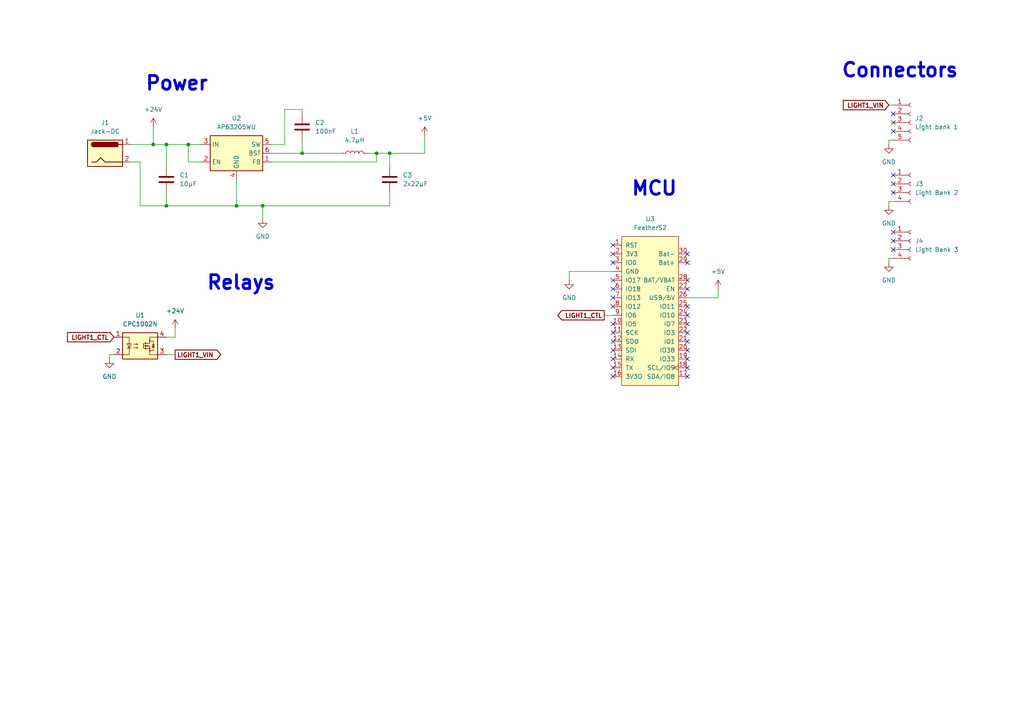
<source format=kicad_sch>
(kicad_sch (version 20211123) (generator eeschema)
  (paper "A4")
  (title_block (title "Light Controller Board") (date "2022-08-31") (rev "1") (company "cmumford") (comment 2 "up to 10 5W lights (or any DC item)") (comment 3 "A simple microcontroller based board to control"))
  (lib_symbols
    (symbol "Connector:Conn_01x04_Female" (pin_names (offset 1.016) hide)
      (property "Reference" "J" (at 0 5.08 0))
      (property "Value" "Conn_01x04_Female" (at 0 -7.62 0))
      (symbol "Conn_01x04_Female_1_1"
        (arc (start 0 -4.572) (mid -0.508 -5.08) (end 0 -5.588) (stroke (width 0.1524)))
        (arc (start 0 -2.032) (mid -0.508 -2.54) (end 0 -3.048) (stroke (width 0.1524)))
        (polyline (pts (xy -1.27 -5.08) (xy -0.508 -5.08)) (stroke (width 0.1524)))
        (polyline (pts (xy -1.27 -2.54) (xy -0.508 -2.54)) (stroke (width 0.1524)))
        (polyline (pts (xy -1.27 0) (xy -0.508 0)) (stroke (width 0.1524)))
        (polyline (pts (xy -1.27 2.54) (xy -0.508 2.54)) (stroke (width 0.1524)))
        (arc (start 0 0.508) (mid -0.508 0) (end 0 -0.508) (stroke (width 0.1524)))
        (arc (start 0 3.048) (mid -0.508 2.54) (end 0 2.032) (stroke (width 0.1524)))
        (pin passive line (at -5.08 2.54 0) (length 3.81) (name "Pin_1") (number "1"))
        (pin passive line (at -5.08 0 0) (length 3.81) (name "Pin_2") (number "2"))
        (pin passive line (at -5.08 -2.54 0) (length 3.81) (name "Pin_3") (number "3"))
        (pin passive line (at -5.08 -5.08 0) (length 3.81) (name "Pin_4") (number "4"))
      )
    )
    (symbol "Connector:Conn_01x05_Female" (pin_names (offset 1.016) hide)
      (property "Reference" "J" (at 0 7.62 0))
      (property "Value" "Conn_01x05_Female" (at 0 -7.62 0))
      (symbol "Conn_01x05_Female_1_1"
        (arc (start 0 -4.572) (mid -0.508 -5.08) (end 0 -5.588) (stroke (width 0.1524)))
        (arc (start 0 -2.032) (mid -0.508 -2.54) (end 0 -3.048) (stroke (width 0.1524)))
        (polyline (pts (xy -1.27 -5.08) (xy -0.508 -5.08)) (stroke (width 0.1524)))
        (polyline (pts (xy -1.27 -2.54) (xy -0.508 -2.54)) (stroke (width 0.1524)))
        (polyline (pts (xy -1.27 0) (xy -0.508 0)) (stroke (width 0.1524)))
        (polyline (pts (xy -1.27 2.54) (xy -0.508 2.54)) (stroke (width 0.1524)))
        (polyline (pts (xy -1.27 5.08) (xy -0.508 5.08)) (stroke (width 0.1524)))
        (arc (start 0 0.508) (mid -0.508 0) (end 0 -0.508) (stroke (width 0.1524)))
        (arc (start 0 3.048) (mid -0.508 2.54) (end 0 2.032) (stroke (width 0.1524)))
        (arc (start 0 5.588) (mid -0.508 5.08) (end 0 4.572) (stroke (width 0.1524)))
        (pin passive line (at -5.08 5.08 0) (length 3.81) (name "Pin_1") (number "1"))
        (pin passive line (at -5.08 2.54 0) (length 3.81) (name "Pin_2") (number "2"))
        (pin passive line (at -5.08 0 0) (length 3.81) (name "Pin_3") (number "3"))
        (pin passive line (at -5.08 -2.54 0) (length 3.81) (name "Pin_4") (number "4"))
        (pin passive line (at -5.08 -5.08 0) (length 3.81) (name "Pin_5") (number "5"))
      )
    )
    (symbol "Connector:Jack-DC" (pin_names (offset 1.016))
      (property "Reference" "J" (at 0 5.334 0))
      (property "Value" "Jack-DC" (at 0 -5.08 0))
      (symbol "Jack-DC_0_1"
        (rectangle (start -5.08 3.81) (end 5.08 -3.81) (stroke (width 0.254)) (fill (type background)))
        (arc (start -3.302 3.175) (mid -3.937 2.54) (end -3.302 1.905) (stroke (width 0.254)))
        (arc (start -3.302 3.175) (mid -3.937 2.54) (end -3.302 1.905) (stroke (width 0.254)) (fill (type outline)))
        (polyline (pts (xy 5.08 2.54) (xy 3.81 2.54)) (stroke (width 0.254)))
        (polyline (pts (xy -3.81 -2.54) (xy -2.54 -2.54) (xy -1.27 -1.27) (xy 0 -2.54) (xy 2.54 -2.54) (xy 5.08 -2.54)) (stroke (width 0.254)))
        (rectangle (start 3.683 3.175) (end -3.302 1.905) (stroke (width 0.254)) (fill (type outline)))
      )
      (symbol "Jack-DC_1_1"
        (pin passive line (at 7.62 2.54 180) (length 2.54) (name "~") (number "1"))
        (pin passive line (at 7.62 -2.54 180) (length 2.54) (name "~") (number "2"))
      )
    )
    (symbol "Device:C" (pin_numbers hide) (pin_names (offset 0.254))
      (property "Reference" "C" (at 0.635 2.54 0))
      (property "Value" "C" (at 0.635 -2.54 0))
      (symbol "C_0_1"
        (polyline (pts (xy -2.032 -0.762) (xy 2.032 -0.762)) (stroke (width 0.508)))
        (polyline (pts (xy -2.032 0.762) (xy 2.032 0.762)) (stroke (width 0.508)))
      )
      (symbol "C_1_1"
        (pin passive line (at 0 3.81 270) (length 2.794) (name "~") (number "1"))
        (pin passive line (at 0 -3.81 90) (length 2.794) (name "~") (number "2"))
      )
    )
    (symbol "Device:L" (pin_numbers hide) (pin_names (offset 1.016) hide)
      (property "Reference" "L" (at -1.27 0 90))
      (property "Value" "L" (at 1.905 0 90))
      (symbol "L_0_1"
        (arc (start 0 -2.54) (mid 0.635 -1.905) (end 0 -1.27))
        (arc (start 0 -1.27) (mid 0.635 -0.635) (end 0 0))
        (arc (start 0 0) (mid 0.635 0.635) (end 0 1.27))
        (arc (start 0 1.27) (mid 0.635 1.905) (end 0 2.54))
      )
      (symbol "L_1_1"
        (pin passive line (at 0 3.81 270) (length 1.27) (name "1") (number "1"))
        (pin passive line (at 0 -3.81 90) (length 1.27) (name "2") (number "2"))
      )
    )
    (symbol "Regulator_Switching:AP63205WU"
      (property "Reference" "U" (at -7.62 6.35 0))
      (property "Value" "AP63205WU" (at 2.54 6.35 0))
      (symbol "AP63205WU_0_1"
        (rectangle (start -7.62 5.08) (end 7.62 -5.08) (stroke (width 0.254)) (fill (type background)))
      )
      (symbol "AP63205WU_1_1"
        (pin input line (at 10.16 -2.54 180) (length 2.54) (name "FB") (number "1"))
        (pin input line (at -10.16 -2.54 0) (length 2.54) (name "EN") (number "2"))
        (pin power_in line (at -10.16 2.54 0) (length 2.54) (name "IN") (number "3"))
        (pin power_in line (at 0 -7.62 90) (length 2.54) (name "GND") (number "4"))
        (pin output line (at 10.16 2.54 180) (length 2.54) (name "SW") (number "5"))
        (pin passive line (at 10.16 0 180) (length 2.54) (name "BST") (number "6"))
      )
    )
    (symbol "Relay_SolidState:CPC1002N"
      (property "Reference" "U" (at -5.08 5.08 0))
      (property "Value" "CPC1002N" (at 0 5.08 0))
      (symbol "CPC1002N_0_1"
        (rectangle (start -5.08 3.81) (end 5.08 -3.81) (stroke (width 0.254)) (fill (type background)))
        (polyline (pts (xy -3.81 -0.635) (xy -2.54 -0.635)))
        (polyline (pts (xy 1.016 0.762) (xy 1.016 -0.762)) (stroke (width 0.2032)))
        (polyline (pts (xy 1.524 -0.762) (xy 2.794 -0.762)))
        (polyline (pts (xy 3.429 0.381) (xy 4.191 0.381)))
        (polyline (pts (xy 1.524 -0.635) (xy 1.524 -0.889) (xy 1.524 -0.889)) (stroke (width 0.3556)))
        (polyline (pts (xy 1.524 0.127) (xy 1.524 -0.127) (xy 1.524 -0.127)) (stroke (width 0.3556)))
        (polyline (pts (xy 1.524 0.889) (xy 1.524 0.635) (xy 1.524 0.635)) (stroke (width 0.3556)))
        (polyline (pts (xy -5.08 2.54) (xy -3.175 2.54) (xy -3.175 -2.54) (xy -5.08 -2.54)))
        (polyline (pts (xy -3.175 -0.635) (xy -3.81 0.635) (xy -2.54 0.635) (xy -3.175 -0.635)))
        (polyline (pts (xy 1.524 0) (xy 2.794 0) (xy 2.794 -2.54) (xy 5.08 -2.54)))
        (polyline (pts (xy 1.524 0.762) (xy 2.794 0.762) (xy 2.794 2.54) (xy 5.08 2.54)))
        (polyline (pts (xy 1.778 0) (xy 2.286 0.127) (xy 2.286 -0.127) (xy 1.778 0)))
        (polyline (pts (xy 2.794 -1.397) (xy 3.81 -1.397) (xy 3.81 1.397) (xy 2.794 1.397)))
        (polyline (pts (xy 3.81 0.381) (xy 3.429 -0.381) (xy 4.191 -0.381) (xy 3.81 0.381)))
        (polyline (pts (xy -1.905 -0.508) (xy -0.635 -0.508) (xy -1.016 -0.635) (xy -1.016 -0.381) (xy -0.635 -0.508)))
        (polyline (pts (xy -1.905 0.508) (xy -0.635 0.508) (xy -1.016 0.381) (xy -1.016 0.635) (xy -0.635 0.508)))
        (circle (center 2.794 -1.397) (radius 0.127))
        (circle (center 2.794 -0.762) (radius 0.127))
        (circle (center 2.794 1.397) (radius 0.127))
      )
      (symbol "CPC1002N_1_1"
        (pin passive line (at -7.62 2.54 0) (length 2.54) (name "~") (number "1"))
        (pin passive line (at -7.62 -2.54 0) (length 2.54) (name "~") (number "2"))
        (pin passive line (at 7.62 -2.54 180) (length 2.54) (name "~") (number "3"))
        (pin passive line (at 7.62 2.54 180) (length 2.54) (name "~") (number "4"))
      )
    )
    (symbol "cmumford:FeatherS2" (pin_names (offset 1.016))
      (property "Reference" "U" (at -3.81 24.13 0))
      (property "Value" "FeatherS2" (at 0 21.59 0))
      (symbol "FeatherS2_0_1"
        (rectangle (start -8.89 20.32) (end 7.62 -22.86) (fill (type background)))
      )
      (symbol "FeatherS2_1_1"
        (pin input line (at -11.43 17.78 0) (length 2.54) (name "RST") (number "1"))
        (pin bidirectional line (at -11.43 -5.08 0) (length 2.54) (name "IO5") (number "10"))
        (pin bidirectional line (at -11.43 -7.62 0) (length 2.54) (name "SCK") (number "11"))
        (pin bidirectional line (at -11.43 -10.16 0) (length 2.54) (name "SDO") (number "12"))
        (pin input line (at -11.43 -12.7 0) (length 2.54) (name "SDI") (number "13"))
        (pin input line (at -11.43 -15.24 0) (length 2.54) (name "RX") (number "14"))
        (pin output line (at -11.43 -17.78 0) (length 2.54) (name "TX") (number "15"))
        (pin power_out line (at -11.43 -20.32 0) (length 2.54) (name "3V3O") (number "16"))
        (pin bidirectional line (at 10.16 -20.32 180) (length 2.54) (name "SDA/IO8") (number "17"))
        (pin bidirectional clock (at 10.16 -17.78 180) (length 2.54) (name "SCL/IO9") (number "18"))
        (pin bidirectional line (at 10.16 -15.24 180) (length 2.54) (name "IO33") (number "19"))
        (pin power_out line (at -11.43 15.24 0) (length 2.54) (name "3V3") (number "2"))
        (pin bidirectional line (at 10.16 -12.7 180) (length 2.54) (name "IO38") (number "20"))
        (pin bidirectional line (at 10.16 -10.16 180) (length 2.54) (name "IO1") (number "21"))
        (pin bidirectional line (at 10.16 -7.62 180) (length 2.54) (name "IO3") (number "22"))
        (pin bidirectional line (at 10.16 -5.08 180) (length 2.54) (name "IO7") (number "23"))
        (pin bidirectional line (at 10.16 -2.54 180) (length 2.54) (name "IO10") (number "24"))
        (pin bidirectional line (at 10.16 0 180) (length 2.54) (name "IO11") (number "25"))
        (pin power_out line (at 10.16 2.54 180) (length 2.54) (name "USB/5V") (number "26"))
        (pin bidirectional line (at 10.16 5.08 180) (length 2.54) (name "EN") (number "27"))
        (pin bidirectional line (at 10.16 7.62 180) (length 2.54) (name "BAT/VBAT") (number "28"))
        (pin power_in line (at 10.16 12.7 180) (length 2.54) (name "Bat+") (number "29"))
        (pin bidirectional line (at -11.43 12.7 0) (length 2.54) (name "IO0") (number "3"))
        (pin power_in line (at 10.16 15.24 180) (length 2.54) (name "Bat-") (number "30"))
        (pin power_out line (at -11.43 10.16 0) (length 2.54) (name "GND") (number "4"))
        (pin bidirectional line (at -11.43 7.62 0) (length 2.54) (name "IO17") (number "5"))
        (pin bidirectional line (at -11.43 5.08 0) (length 2.54) (name "IO18") (number "6"))
        (pin bidirectional line (at -11.43 2.54 0) (length 2.54) (name "IO13") (number "7"))
        (pin bidirectional line (at -11.43 0 0) (length 2.54) (name "IO12") (number "8"))
        (pin bidirectional line (at -11.43 -2.54 0) (length 2.54) (name "IO6") (number "9"))
      )
    )
    (symbol "power:+24V" (power) (pin_names (offset 0))
      (property "Value" "+24V" (at 0 3.556 0))
      (symbol "+24V_0_1"
        (polyline (pts (xy -0.762 1.27) (xy 0 2.54)))
        (polyline (pts (xy 0 0) (xy 0 2.54)))
        (polyline (pts (xy 0 2.54) (xy 0.762 1.27)))
      )
      (symbol "+24V_1_1"
        (pin power_in line (at 0 0 90) (length 0) hide (name "+24V") (number "1"))
      )
    )
    (symbol "power:+5V" (power) (pin_names (offset 0))
      (property "Value" "+5V" (at 0 3.556 0))
      (symbol "+5V_0_1"
        (polyline (pts (xy -0.762 1.27) (xy 0 2.54)))
        (polyline (pts (xy 0 0) (xy 0 2.54)))
        (polyline (pts (xy 0 2.54) (xy 0.762 1.27)))
      )
      (symbol "+5V_1_1"
        (pin power_in line (at 0 0 90) (length 0) hide (name "+5V") (number "1"))
      )
    )
    (symbol "power:GND" (power) (pin_names (offset 0))
      (property "Value" "GND" (at 0 -3.81 0))
      (symbol "GND_0_1"
        (polyline (pts (xy 0 0) (xy 0 -1.27) (xy 1.27 -1.27) (xy 0 -2.54) (xy -1.27 -1.27) (xy 0 -1.27)))
      )
      (symbol "GND_1_1"
        (pin power_in line (at 0 0 270) (length 0) hide (name "GND") (number "1"))
      )
    )
  )
  (junction (at 44.45 41.91))
  (junction (at 113.03 44.45))
  (junction (at 48.26 41.91))
  (junction (at 109.22 44.45))
  (junction (at 87.63 44.45))
  (junction (at 68.58 59.69))
  (junction (at 48.26 59.69))
  (junction (at 54.61 41.91))
  (junction (at 76.2 59.69))
  (no_connect (at 199.39 93.98))
  (no_connect (at 199.39 96.52))
  (no_connect (at 199.39 88.9))
  (no_connect (at 177.8 93.98))
  (no_connect (at 199.39 91.44))
  (no_connect (at 199.39 106.68))
  (no_connect (at 199.39 109.22))
  (no_connect (at 199.39 104.14))
  (no_connect (at 199.39 99.06))
  (no_connect (at 199.39 101.6))
  (no_connect (at 199.39 73.66))
  (no_connect (at 199.39 76.2))
  (no_connect (at 199.39 81.28))
  (no_connect (at 199.39 83.82))
  (no_connect (at 177.8 76.2))
  (no_connect (at 177.8 86.36))
  (no_connect (at 177.8 88.9))
  (no_connect (at 177.8 83.82))
  (no_connect (at 177.8 71.12))
  (no_connect (at 177.8 73.66))
  (no_connect (at 177.8 81.28))
  (no_connect (at 177.8 96.52))
  (no_connect (at 177.8 106.68))
  (no_connect (at 177.8 109.22))
  (no_connect (at 177.8 101.6))
  (no_connect (at 177.8 104.14))
  (no_connect (at 177.8 99.06))
  (no_connect (at 259.08 50.8))
  (no_connect (at 259.08 53.34))
  (no_connect (at 259.08 55.88))
  (no_connect (at 259.08 67.31))
  (no_connect (at 259.08 69.85))
  (no_connect (at 259.08 72.39))
  (no_connect (at 259.08 38.1))
  (no_connect (at 259.08 35.56))
  (no_connect (at 259.08 33.02))
  (wire (pts (xy 82.55 31.75) (xy 82.55 41.91)))
  (wire (pts (xy 50.8 97.79) (xy 48.26 97.79)))
  (wire (pts (xy 109.22 44.45) (xy 109.22 46.99)))
  (wire (pts (xy 175.26 91.44) (xy 177.8 91.44)))
  (wire (pts (xy 48.26 41.91) (xy 48.26 48.26)))
  (wire (pts (xy 48.26 55.88) (xy 48.26 59.69)))
  (wire (pts (xy 257.81 58.42) (xy 257.81 59.69)))
  (wire (pts (xy 44.45 36.83) (xy 44.45 41.91)))
  (wire (pts (xy 44.45 41.91) (xy 48.26 41.91)))
  (wire (pts (xy 54.61 41.91) (xy 58.42 41.91)))
  (wire (pts (xy 259.08 74.93) (xy 257.81 74.93)))
  (wire (pts (xy 113.03 55.88) (xy 113.03 59.69)))
  (wire (pts (xy 165.1 78.74) (xy 177.8 78.74)))
  (wire (pts (xy 257.81 40.64) (xy 257.81 41.91)))
  (wire (pts (xy 87.63 33.02) (xy 87.63 31.75)))
  (wire (pts (xy 259.08 40.64) (xy 257.81 40.64)))
  (wire (pts (xy 113.03 59.69) (xy 76.2 59.69)))
  (wire (pts (xy 87.63 31.75) (xy 82.55 31.75)))
  (wire (pts (xy 109.22 46.99) (xy 78.74 46.99)))
  (wire (pts (xy 76.2 59.69) (xy 68.58 59.69)))
  (wire (pts (xy 208.28 86.36) (xy 208.28 83.82)))
  (wire (pts (xy 48.26 59.69) (xy 68.58 59.69)))
  (wire (pts (xy 199.39 86.36) (xy 208.28 86.36)))
  (wire (pts (xy 54.61 46.99) (xy 54.61 41.91)))
  (wire (pts (xy 123.19 39.37) (xy 123.19 44.45)))
  (wire (pts (xy 165.1 81.28) (xy 165.1 78.74)))
  (wire (pts (xy 38.1 41.91) (xy 44.45 41.91)))
  (wire (pts (xy 40.64 59.69) (xy 48.26 59.69)))
  (wire (pts (xy 113.03 44.45) (xy 113.03 48.26)))
  (wire (pts (xy 87.63 44.45) (xy 99.06 44.45)))
  (wire (pts (xy 113.03 44.45) (xy 123.19 44.45)))
  (wire (pts (xy 109.22 44.45) (xy 113.03 44.45)))
  (wire (pts (xy 31.75 102.87) (xy 31.75 104.14)))
  (wire (pts (xy 106.68 44.45) (xy 109.22 44.45)))
  (wire (pts (xy 257.81 30.48) (xy 259.08 30.48)))
  (wire (pts (xy 82.55 41.91) (xy 78.74 41.91)))
  (wire (pts (xy 259.08 58.42) (xy 257.81 58.42)))
  (wire (pts (xy 38.1 46.99) (xy 40.64 46.99)))
  (wire (pts (xy 48.26 41.91) (xy 54.61 41.91)))
  (wire (pts (xy 33.02 102.87) (xy 31.75 102.87)))
  (wire (pts (xy 50.8 95.25) (xy 50.8 97.79)))
  (wire (pts (xy 40.64 46.99) (xy 40.64 59.69)))
  (wire (pts (xy 87.63 40.64) (xy 87.63 44.45)))
  (wire (pts (xy 257.81 74.93) (xy 257.81 76.2)))
  (wire (pts (xy 78.74 44.45) (xy 87.63 44.45)))
  (wire (pts (xy 58.42 46.99) (xy 54.61 46.99)))
  (wire (pts (xy 48.26 102.87) (xy 50.8 102.87)))
  (wire (pts (xy 68.58 52.07) (xy 68.58 59.69)))
  (wire (pts (xy 76.2 59.69) (xy 76.2 63.5)))
  (text "MCU" (at 182.88 57.15 0) (effects (font (size 4 4) (thickness 0.8) bold) (justify left bottom)))
  (text "Connectors" (at 243.84 22.86 0) (effects (font (size 4 4) (thickness 0.8) bold) (justify left bottom)))
  (text "Power" (at 41.91 26.67 0) (effects (font (size 4 4) (thickness 0.8) bold) (justify left bottom)))
  (text "Relays" (at 59.69 84.455 0) (effects (font (size 4 4) (thickness 0.8) bold) (justify left bottom)))
  (global_label "LIGHT1_VIN" (shape input) (at 257.81 30.48 180) (effects (font bold)) (property "Intersheet References" "${INTERSHEET_REFS}" (effects hide)))
  (global_label "LIGHT1_CTL" (shape input) (at 33.02 97.79 180) (effects (font bold)) (property "Intersheet References" "${INTERSHEET_REFS}" (effects hide)))
  (global_label "LIGHT1_VIN" (shape output) (at 50.8 102.87 0) (effects (font bold)) (property "Intersheet References" "${INTERSHEET_REFS}" (effects hide)))
  (global_label "LIGHT1_CTL" (shape output) (at 175.26 91.44 180) (effects (font bold)) (property "Intersheet References" "${INTERSHEET_REFS}" (effects hide)))
  (symbol (lib_id "Connector:Conn_01x04_Female") (at 264.16 69.85 0) (unit 1)
    (property "Reference" "J4" (at 265.43 69.8499 0) (effects (justify left)))
    (property "Value" "Light Bank 3" (at 265.43 72.3899 0) (effects (justify left)))
    (property "Footprint" "Connector_PinHeader_2.54mm:PinHeader_1x04_P2.54mm_Vertical" (effects hide))
  )
  (symbol (lib_id "power:GND") (at 257.81 41.91 0) (unit 1)
    (property "Reference" "#PWR08" (effects hide))
    (property "Value" "GND" (at 257.81 46.99 0))
  )
  (symbol (lib_id "power:+24V") (at 50.8 95.25 0) (unit 1)
    (property "Reference" "#PWR03" (effects hide))
    (property "Value" "+24V" (at 50.8 90.17 0))
  )
  (symbol (lib_id "Connector:Jack-DC") (at 30.48 44.45 0) (unit 1)
    (property "Reference" "J1" (at 30.48 35.56 0))
    (property "Value" "Jack-DC" (at 30.48 38.1 0))
    (property "Footprint" "Connector_BarrelJack:BarrelJack_SwitchcraftConxall_RAPC10U_Horizontal" (effects hide))
  )
  (symbol (lib_id "power:+24V") (at 44.45 36.83 0) (unit 1)
    (property "Reference" "#PWR02" (effects hide))
    (property "Value" "+24V" (at 44.45 31.75 0))
  )
  (symbol (lib_id "Device:C") (at 113.03 52.07 0) (unit 1)
    (property "Reference" "C3" (at 116.84 50.7999 0) (effects (justify left)))
    (property "Value" "2x22µF" (at 116.84 53.3399 0) (effects (justify left)))
    (property "Footprint" "Capacitor_SMD:C_0805_2012Metric" (effects hide))
  )
  (symbol (lib_id "power:+5V") (at 208.28 83.82 0) (unit 1)
    (property "Reference" "#PWR07" (effects hide))
    (property "Value" "+5V" (at 208.28 78.74 0))
  )
  (symbol (lib_id "Device:L") (at 102.87 44.45 90) (unit 1)
    (property "Reference" "L1" (at 102.87 38.1 90))
    (property "Value" "4.7µH" (at 102.87 40.64 90))
    (property "Footprint" "Inductor_SMD:L_0805_2012Metric" (effects hide))
  )
  (symbol (lib_id "cmumford:FeatherS2") (at 189.23 88.9 0) (unit 1)
    (property "Reference" "U3" (at 188.595 63.5 0))
    (property "Value" "FeatherS2" (at 188.595 66.04 0))
    (property "Footprint" "cmumford:FeatherS2" (effects hide))
    (property "Datasheet" "https://www.adafruit.com/product/4062" (effects hide))
  )
  (symbol (lib_id "power:GND") (at 257.81 59.69 0) (unit 1)
    (property "Reference" "#PWR09" (effects hide))
    (property "Value" "GND" (at 257.81 64.77 0))
  )
  (symbol (lib_id "power:+5V") (at 123.19 39.37 0) (unit 1)
    (property "Reference" "#PWR05" (effects hide))
    (property "Value" "+5V" (at 123.19 34.29 0))
  )
  (symbol (lib_id "power:GND") (at 31.75 104.14 0) (unit 1)
    (property "Reference" "#PWR01" (effects hide))
    (property "Value" "GND" (at 31.75 109.22 0))
  )
  (symbol (lib_id "Connector:Conn_01x05_Female") (at 264.16 35.56 0) (unit 1)
    (property "Reference" "J2" (at 265.43 34.2899 0) (effects (justify left)))
    (property "Value" "Light bank 1" (at 265.43 36.8299 0) (effects (justify left)))
    (property "Footprint" "Connector_PinHeader_2.54mm:PinHeader_1x05_P2.54mm_Vertical" (effects hide))
  )
  (symbol (lib_id "Device:C") (at 87.63 36.83 0) (unit 1)
    (property "Reference" "C2" (at 91.44 35.5599 0) (effects (justify left)))
    (property "Value" "100nF" (at 91.44 38.0999 0) (effects (justify left)))
    (property "Footprint" "Capacitor_SMD:C_0805_2012Metric" (effects hide))
  )
  (symbol (lib_id "Device:C") (at 48.26 52.07 0) (unit 1)
    (property "Reference" "C1" (at 52.07 50.7999 0) (effects (justify left)))
    (property "Value" "10µF" (at 52.07 53.3399 0) (effects (justify left)))
    (property "Footprint" "Capacitor_SMD:C_0805_2012Metric" (effects hide))
  )
  (symbol (lib_id "Connector:Conn_01x04_Female") (at 264.16 53.34 0) (unit 1)
    (property "Reference" "J3" (at 265.43 53.3399 0) (effects (justify left)))
    (property "Value" "Light Bank 2" (at 265.43 55.8799 0) (effects (justify left)))
    (property "Footprint" "Connector_PinHeader_2.54mm:PinHeader_1x04_P2.54mm_Vertical" (effects hide))
  )
  (symbol (lib_id "power:GND") (at 76.2 63.5 0) (unit 1)
    (property "Reference" "#PWR04" (effects hide))
    (property "Value" "GND" (at 76.2 68.58 0))
  )
  (symbol (lib_id "power:GND") (at 165.1 81.28 0) (unit 1)
    (property "Reference" "#PWR06" (effects hide))
    (property "Value" "GND" (at 165.1 86.36 0))
  )
  (symbol (lib_id "Regulator_Switching:AP63205WU") (at 68.58 44.45 0) (unit 1)
    (property "Reference" "U2" (at 68.58 34.29 0))
    (property "Value" "AP63205WU" (at 68.58 36.83 0))
    (property "Footprint" "Package_TO_SOT_SMD:TSOT-23-6" (effects hide))
    (property "Datasheet" "https://www.diodes.com/assets/Datasheets/AP63200-AP63201-AP63203-AP63205.pdf" (effects hide))
  )
  (symbol (lib_id "Relay_SolidState:CPC1002N") (at 40.64 100.33 0) (unit 1)
    (property "Reference" "U1" (at 40.64 91.44 0))
    (property "Value" "CPC1002N" (at 40.64 93.98 0))
    (property "Footprint" "Package_SO:SOP-4_3.8x4.1mm_P2.54mm" (effects hide))
    (property "Datasheet" "http://www.ixysic.com/home/pdfs.nsf/www/CPC1002N.pdf/$file/CPC1002N.pdf" (effects hide))
  )
  (symbol (lib_id "power:GND") (at 257.81 76.2 0) (unit 1)
    (property "Reference" "#PWR010" (effects hide))
    (property "Value" "GND" (at 257.81 81.28 0))
  )
)
</source>
